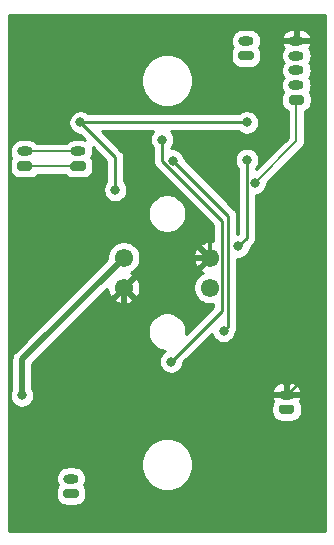
<source format=gbr>
%TF.GenerationSoftware,KiCad,Pcbnew,(5.1.9)-1*%
%TF.CreationDate,2021-05-21T15:12:25+01:00*%
%TF.ProjectId,NosepokeV1.0,4e6f7365-706f-46b6-9556-312e302e6b69,rev?*%
%TF.SameCoordinates,Original*%
%TF.FileFunction,Copper,L2,Bot*%
%TF.FilePolarity,Positive*%
%FSLAX46Y46*%
G04 Gerber Fmt 4.6, Leading zero omitted, Abs format (unit mm)*
G04 Created by KiCad (PCBNEW (5.1.9)-1) date 2021-05-21 15:12:25*
%MOMM*%
%LPD*%
G01*
G04 APERTURE LIST*
%TA.AperFunction,ComponentPad*%
%ADD10O,1.300000X0.800000*%
%TD*%
%TA.AperFunction,ComponentPad*%
%ADD11C,1.550000*%
%TD*%
%TA.AperFunction,ViaPad*%
%ADD12C,0.800000*%
%TD*%
%TA.AperFunction,Conductor*%
%ADD13C,0.500000*%
%TD*%
%TA.AperFunction,Conductor*%
%ADD14C,0.250000*%
%TD*%
%TA.AperFunction,Conductor*%
%ADD15C,0.200000*%
%TD*%
%TA.AperFunction,Conductor*%
%ADD16C,0.254000*%
%TD*%
%TA.AperFunction,Conductor*%
%ADD17C,0.100000*%
%TD*%
G04 APERTURE END LIST*
D10*
%TO.P,J8,5*%
%TO.N,GND*%
X24955500Y-2874000D03*
%TO.P,J8,4*%
%TO.N,+5V*%
X24955500Y-4124000D03*
%TO.P,J8,3*%
%TO.N,GPIO1*%
X24955500Y-5374000D03*
%TO.P,J8,2*%
%TO.N,GPIO0*%
X24955500Y-6624000D03*
%TO.P,J8,1*%
%TO.N,Sig_A*%
%TA.AperFunction,ComponentPad*%
G36*
G01*
X25405500Y-8274000D02*
X24505500Y-8274000D01*
G75*
G02*
X24305500Y-8074000I0J200000D01*
G01*
X24305500Y-7674000D01*
G75*
G02*
X24505500Y-7474000I200000J0D01*
G01*
X25405500Y-7474000D01*
G75*
G02*
X25605500Y-7674000I0J-200000D01*
G01*
X25605500Y-8074000D01*
G75*
G02*
X25405500Y-8274000I-200000J0D01*
G01*
G37*
%TD.AperFunction*%
%TD*%
D11*
%TO.P,J2,2*%
%TO.N,GND*%
X17627600Y-21234400D03*
%TO.P,J2,1*%
%TO.N,Sig_A*%
X17627600Y-23774400D03*
%TD*%
%TO.P,J7,1*%
%TO.N,SCL*%
%TA.AperFunction,ComponentPad*%
G36*
G01*
X6927000Y-13887720D02*
X6027000Y-13887720D01*
G75*
G02*
X5827000Y-13687720I0J200000D01*
G01*
X5827000Y-13287720D01*
G75*
G02*
X6027000Y-13087720I200000J0D01*
G01*
X6927000Y-13087720D01*
G75*
G02*
X7127000Y-13287720I0J-200000D01*
G01*
X7127000Y-13687720D01*
G75*
G02*
X6927000Y-13887720I-200000J0D01*
G01*
G37*
%TD.AperFunction*%
D10*
%TO.P,J7,2*%
%TO.N,SDA*%
X6477000Y-12237720D03*
%TD*%
%TO.P,J6,2*%
%TO.N,CO*%
X20675600Y-2877500D03*
%TO.P,J6,1*%
%TO.N,DO*%
%TA.AperFunction,ComponentPad*%
G36*
G01*
X21125600Y-4527500D02*
X20225600Y-4527500D01*
G75*
G02*
X20025600Y-4327500I0J200000D01*
G01*
X20025600Y-3927500D01*
G75*
G02*
X20225600Y-3727500I200000J0D01*
G01*
X21125600Y-3727500D01*
G75*
G02*
X21325600Y-3927500I0J-200000D01*
G01*
X21325600Y-4327500D01*
G75*
G02*
X21125600Y-4527500I-200000J0D01*
G01*
G37*
%TD.AperFunction*%
%TD*%
%TO.P,J5,1*%
%TO.N,SCL*%
%TA.AperFunction,ComponentPad*%
G36*
G01*
X2405800Y-13887720D02*
X1505800Y-13887720D01*
G75*
G02*
X1305800Y-13687720I0J200000D01*
G01*
X1305800Y-13287720D01*
G75*
G02*
X1505800Y-13087720I200000J0D01*
G01*
X2405800Y-13087720D01*
G75*
G02*
X2605800Y-13287720I0J-200000D01*
G01*
X2605800Y-13687720D01*
G75*
G02*
X2405800Y-13887720I-200000J0D01*
G01*
G37*
%TD.AperFunction*%
%TO.P,J5,2*%
%TO.N,SDA*%
X1955800Y-12237720D03*
%TD*%
%TO.P,J4,2*%
%TO.N,CI*%
X5869940Y-39941500D03*
%TO.P,J4,1*%
%TO.N,DI*%
%TA.AperFunction,ComponentPad*%
G36*
G01*
X6319940Y-41591500D02*
X5419940Y-41591500D01*
G75*
G02*
X5219940Y-41391500I0J200000D01*
G01*
X5219940Y-40991500D01*
G75*
G02*
X5419940Y-40791500I200000J0D01*
G01*
X6319940Y-40791500D01*
G75*
G02*
X6519940Y-40991500I0J-200000D01*
G01*
X6519940Y-41391500D01*
G75*
G02*
X6319940Y-41591500I-200000J0D01*
G01*
G37*
%TD.AperFunction*%
%TD*%
%TO.P,J3,2*%
%TO.N,GND*%
X24119840Y-32824100D03*
%TO.P,J3,1*%
%TO.N,+5V*%
%TA.AperFunction,ComponentPad*%
G36*
G01*
X24569840Y-34474100D02*
X23669840Y-34474100D01*
G75*
G02*
X23469840Y-34274100I0J200000D01*
G01*
X23469840Y-33874100D01*
G75*
G02*
X23669840Y-33674100I200000J0D01*
G01*
X24569840Y-33674100D01*
G75*
G02*
X24769840Y-33874100I0J-200000D01*
G01*
X24769840Y-34274100D01*
G75*
G02*
X24569840Y-34474100I-200000J0D01*
G01*
G37*
%TD.AperFunction*%
%TD*%
D11*
%TO.P,J1,1*%
%TO.N,Net-(J1-Pad1)*%
X10337800Y-21234400D03*
%TO.P,J1,2*%
%TO.N,GND*%
X10337800Y-23774400D03*
%TD*%
D12*
%TO.N,GND*%
X19685000Y-34036000D03*
X4953000Y-37592000D03*
X6985000Y-27876500D03*
X26860500Y-1905000D03*
X26733500Y-17335500D03*
X13589000Y-14605000D03*
X1968500Y-21336000D03*
X7175500Y-20447000D03*
X2349500Y-41592500D03*
X25082500Y-40830500D03*
X22415500Y-24320500D03*
X25336500Y-12954000D03*
X18732500Y-13017500D03*
%TO.N,Net-(D1-Pad6)*%
X14351000Y-30035500D03*
X13589000Y-11239500D03*
%TO.N,Net-(D1-Pad5)*%
X18796000Y-27432000D03*
X14478000Y-13017500D03*
%TO.N,Sig_A*%
X21414510Y-14922500D03*
%TO.N,Net-(J1-Pad1)*%
X1714500Y-32893000D03*
%TO.N,Net-(R4-Pad2)*%
X20764500Y-9779000D03*
X6667500Y-9779000D03*
X9617967Y-15493213D03*
%TO.N,Net-(R5-Pad2)*%
X20764500Y-12954000D03*
X20051490Y-20280977D03*
%TD*%
D13*
%TO.N,GND*%
X12877800Y-21234400D02*
X10337800Y-23774400D01*
X17627600Y-21234400D02*
X12877800Y-21234400D01*
X20896900Y-32824100D02*
X24119840Y-32824100D01*
X19685000Y-34036000D02*
X20896900Y-32824100D01*
X10160000Y-36258500D02*
X10337800Y-36436300D01*
X17284700Y-36436300D02*
X19685000Y-34036000D01*
X10337800Y-36436300D02*
X17284700Y-36436300D01*
X6108700Y-36436300D02*
X4953000Y-37592000D01*
X10337800Y-36436300D02*
X6108700Y-36436300D01*
D14*
X9182100Y-27876500D02*
X10337800Y-29032200D01*
X6985000Y-27876500D02*
X9182100Y-27876500D01*
D13*
X10337800Y-29032200D02*
X10337800Y-36436300D01*
X10337800Y-23774400D02*
X10337800Y-29032200D01*
D14*
X26860500Y-1905000D02*
X26733500Y-1905000D01*
X26733500Y-30210440D02*
X24119840Y-32824100D01*
X26733500Y-1905000D02*
X26733500Y-17335500D01*
X26733500Y-17335500D02*
X26733500Y-30210440D01*
X13589000Y-15238998D02*
X13589000Y-14605000D01*
X17627600Y-21234400D02*
X17627600Y-19277598D01*
D15*
X13589000Y-14605000D02*
X17526000Y-18542000D01*
X17526000Y-21132800D02*
X17627600Y-21234400D01*
X17526000Y-18542000D02*
X17526000Y-21132800D01*
D14*
%TO.N,Net-(D1-Pad6)*%
X18652601Y-18154105D02*
X18652601Y-25733899D01*
X13589000Y-11239500D02*
X13589000Y-13090504D01*
X13589000Y-13090504D02*
X18652601Y-18154105D01*
X18652601Y-25733899D02*
X14351000Y-30035500D01*
%TO.N,Net-(D1-Pad5)*%
X18796000Y-27432000D02*
X19195999Y-27032001D01*
X19195999Y-27032001D02*
X19195999Y-18687999D01*
X19195999Y-18687999D02*
X19195999Y-17671999D01*
X14541500Y-13017500D02*
X14478000Y-13017500D01*
X19195999Y-17671999D02*
X14541500Y-13017500D01*
D15*
%TO.N,Sig_A*%
X24955500Y-7874000D02*
X24955500Y-11381510D01*
X24955500Y-11381510D02*
X21414510Y-14922500D01*
%TO.N,SDA*%
X6477000Y-12237720D02*
X1955800Y-12237720D01*
%TO.N,SCL*%
X6477000Y-13487720D02*
X1955800Y-13487720D01*
D13*
%TO.N,Net-(J1-Pad1)*%
X1714500Y-32893000D02*
X1714500Y-29857700D01*
X1714500Y-29857700D02*
X10337800Y-21234400D01*
D14*
%TO.N,Net-(R4-Pad2)*%
X6667500Y-9779000D02*
X20764500Y-9779000D01*
X6667500Y-9779000D02*
X9617967Y-12729467D01*
X9617967Y-12729467D02*
X9617967Y-15493213D01*
%TO.N,Net-(R5-Pad2)*%
X20764500Y-19567967D02*
X20051490Y-20280977D01*
X20764500Y-12954000D02*
X20764500Y-19567967D01*
%TD*%
D16*
%TO.N,GND*%
X27340001Y-44340000D02*
X660000Y-44340000D01*
X660000Y-39941500D01*
X4579933Y-39941500D01*
X4599916Y-40144395D01*
X4659099Y-40339493D01*
X4744681Y-40499606D01*
X4723109Y-40525892D01*
X4645662Y-40670784D01*
X4597971Y-40828000D01*
X4581868Y-40991500D01*
X4581868Y-41391500D01*
X4597971Y-41555000D01*
X4645662Y-41712216D01*
X4723109Y-41857108D01*
X4827334Y-41984106D01*
X4954332Y-42088331D01*
X5099224Y-42165778D01*
X5256440Y-42213469D01*
X5419940Y-42229572D01*
X6319940Y-42229572D01*
X6483440Y-42213469D01*
X6640656Y-42165778D01*
X6785548Y-42088331D01*
X6912546Y-41984106D01*
X7016771Y-41857108D01*
X7094218Y-41712216D01*
X7141909Y-41555000D01*
X7158012Y-41391500D01*
X7158012Y-40991500D01*
X7141909Y-40828000D01*
X7094218Y-40670784D01*
X7016771Y-40525892D01*
X6995199Y-40499606D01*
X7080781Y-40339493D01*
X7139964Y-40144395D01*
X7159947Y-39941500D01*
X7139964Y-39738605D01*
X7080781Y-39543507D01*
X6984674Y-39363703D01*
X6855336Y-39206104D01*
X6697737Y-39076766D01*
X6517933Y-38980659D01*
X6322835Y-38921476D01*
X6170778Y-38906500D01*
X5569102Y-38906500D01*
X5417045Y-38921476D01*
X5221947Y-38980659D01*
X5042143Y-39076766D01*
X4884544Y-39206104D01*
X4755206Y-39363703D01*
X4659099Y-39543507D01*
X4599916Y-39738605D01*
X4579933Y-39941500D01*
X660000Y-39941500D01*
X660000Y-38529872D01*
X11765000Y-38529872D01*
X11765000Y-38970128D01*
X11850890Y-39401925D01*
X12019369Y-39808669D01*
X12263962Y-40174729D01*
X12575271Y-40486038D01*
X12941331Y-40730631D01*
X13348075Y-40899110D01*
X13779872Y-40985000D01*
X14220128Y-40985000D01*
X14651925Y-40899110D01*
X15058669Y-40730631D01*
X15424729Y-40486038D01*
X15736038Y-40174729D01*
X15980631Y-39808669D01*
X16149110Y-39401925D01*
X16235000Y-38970128D01*
X16235000Y-38529872D01*
X16149110Y-38098075D01*
X15980631Y-37691331D01*
X15736038Y-37325271D01*
X15424729Y-37013962D01*
X15058669Y-36769369D01*
X14651925Y-36600890D01*
X14220128Y-36515000D01*
X13779872Y-36515000D01*
X13348075Y-36600890D01*
X12941331Y-36769369D01*
X12575271Y-37013962D01*
X12263962Y-37325271D01*
X12019369Y-37691331D01*
X11850890Y-38098075D01*
X11765000Y-38529872D01*
X660000Y-38529872D01*
X660000Y-32791061D01*
X679500Y-32791061D01*
X679500Y-32994939D01*
X719274Y-33194898D01*
X797295Y-33383256D01*
X910563Y-33552774D01*
X1054726Y-33696937D01*
X1224244Y-33810205D01*
X1412602Y-33888226D01*
X1612561Y-33928000D01*
X1816439Y-33928000D01*
X2016398Y-33888226D01*
X2050500Y-33874100D01*
X22831768Y-33874100D01*
X22831768Y-34274100D01*
X22847871Y-34437600D01*
X22895562Y-34594816D01*
X22973009Y-34739708D01*
X23077234Y-34866706D01*
X23204232Y-34970931D01*
X23349124Y-35048378D01*
X23506340Y-35096069D01*
X23669840Y-35112172D01*
X24569840Y-35112172D01*
X24733340Y-35096069D01*
X24890556Y-35048378D01*
X25035448Y-34970931D01*
X25162446Y-34866706D01*
X25266671Y-34739708D01*
X25344118Y-34594816D01*
X25391809Y-34437600D01*
X25407912Y-34274100D01*
X25407912Y-33874100D01*
X25391809Y-33710600D01*
X25344118Y-33553384D01*
X25266671Y-33408492D01*
X25251589Y-33390115D01*
X25265095Y-33372260D01*
X25354834Y-33187072D01*
X25364506Y-33110223D01*
X25236838Y-32951100D01*
X24246840Y-32951100D01*
X24246840Y-32971100D01*
X23992840Y-32971100D01*
X23992840Y-32951100D01*
X23002842Y-32951100D01*
X22875174Y-33110223D01*
X22884846Y-33187072D01*
X22974585Y-33372260D01*
X22988091Y-33390115D01*
X22973009Y-33408492D01*
X22895562Y-33553384D01*
X22847871Y-33710600D01*
X22831768Y-33874100D01*
X2050500Y-33874100D01*
X2204756Y-33810205D01*
X2374274Y-33696937D01*
X2518437Y-33552774D01*
X2631705Y-33383256D01*
X2709726Y-33194898D01*
X2749500Y-32994939D01*
X2749500Y-32791061D01*
X2709726Y-32591102D01*
X2687721Y-32537977D01*
X22875174Y-32537977D01*
X23002842Y-32697100D01*
X23992840Y-32697100D01*
X23992840Y-31940338D01*
X24246840Y-31940338D01*
X24246840Y-32697100D01*
X25236838Y-32697100D01*
X25364506Y-32537977D01*
X25354834Y-32461128D01*
X25265095Y-32275940D01*
X25140952Y-32111817D01*
X24987176Y-31975067D01*
X24809676Y-31870945D01*
X24615273Y-31803452D01*
X24411439Y-31775182D01*
X24246840Y-31940338D01*
X23992840Y-31940338D01*
X23828241Y-31775182D01*
X23624407Y-31803452D01*
X23430004Y-31870945D01*
X23252504Y-31975067D01*
X23098728Y-32111817D01*
X22974585Y-32275940D01*
X22884846Y-32461128D01*
X22875174Y-32537977D01*
X2687721Y-32537977D01*
X2631705Y-32402744D01*
X2599500Y-32354546D01*
X2599500Y-30224278D01*
X8074529Y-24749249D01*
X9542556Y-24749249D01*
X9611110Y-24990668D01*
X9862356Y-25109068D01*
X10131871Y-25176178D01*
X10409302Y-25189418D01*
X10683984Y-25148279D01*
X10945362Y-25054343D01*
X11064490Y-24990668D01*
X11133044Y-24749249D01*
X10337800Y-23954005D01*
X9542556Y-24749249D01*
X8074529Y-24749249D01*
X8929959Y-23893820D01*
X8963921Y-24120584D01*
X9057857Y-24381962D01*
X9121532Y-24501090D01*
X9362951Y-24569644D01*
X10158195Y-23774400D01*
X10517405Y-23774400D01*
X11312649Y-24569644D01*
X11554068Y-24501090D01*
X11672468Y-24249844D01*
X11739578Y-23980329D01*
X11752818Y-23702898D01*
X11711679Y-23428216D01*
X11617743Y-23166838D01*
X11554068Y-23047710D01*
X11312649Y-22979156D01*
X10517405Y-23774400D01*
X10158195Y-23774400D01*
X10144053Y-23760258D01*
X10323658Y-23580653D01*
X10337800Y-23594795D01*
X11133044Y-22799551D01*
X11064490Y-22558132D01*
X10953176Y-22505675D01*
X11005685Y-22483925D01*
X11236622Y-22329618D01*
X11433018Y-22133222D01*
X11587325Y-21902285D01*
X11693614Y-21645682D01*
X11747800Y-21373273D01*
X11747800Y-21305902D01*
X16212582Y-21305902D01*
X16253721Y-21580584D01*
X16347657Y-21841962D01*
X16411332Y-21961090D01*
X16652751Y-22029644D01*
X17447995Y-21234400D01*
X16652751Y-20439156D01*
X16411332Y-20507710D01*
X16292932Y-20758956D01*
X16225822Y-21028471D01*
X16212582Y-21305902D01*
X11747800Y-21305902D01*
X11747800Y-21095527D01*
X11693614Y-20823118D01*
X11587325Y-20566515D01*
X11433018Y-20335578D01*
X11236622Y-20139182D01*
X11005685Y-19984875D01*
X10749082Y-19878586D01*
X10476673Y-19824400D01*
X10198927Y-19824400D01*
X9926518Y-19878586D01*
X9669915Y-19984875D01*
X9438978Y-20139182D01*
X9242582Y-20335578D01*
X9088275Y-20566515D01*
X8981986Y-20823118D01*
X8927800Y-21095527D01*
X8927800Y-21373273D01*
X8931043Y-21389578D01*
X1119452Y-29201170D01*
X1085684Y-29228883D01*
X1057971Y-29262651D01*
X1057968Y-29262654D01*
X975090Y-29363641D01*
X892912Y-29517387D01*
X842305Y-29684210D01*
X825219Y-29857700D01*
X829501Y-29901179D01*
X829500Y-32354545D01*
X797295Y-32402744D01*
X719274Y-32591102D01*
X679500Y-32791061D01*
X660000Y-32791061D01*
X660000Y-17338967D01*
X12365000Y-17338967D01*
X12365000Y-17661033D01*
X12427832Y-17976912D01*
X12551082Y-18274463D01*
X12730013Y-18542252D01*
X12957748Y-18769987D01*
X13225537Y-18948918D01*
X13523088Y-19072168D01*
X13838967Y-19135000D01*
X14161033Y-19135000D01*
X14476912Y-19072168D01*
X14774463Y-18948918D01*
X15042252Y-18769987D01*
X15269987Y-18542252D01*
X15448918Y-18274463D01*
X15572168Y-17976912D01*
X15635000Y-17661033D01*
X15635000Y-17338967D01*
X15572168Y-17023088D01*
X15448918Y-16725537D01*
X15269987Y-16457748D01*
X15042252Y-16230013D01*
X14774463Y-16051082D01*
X14476912Y-15927832D01*
X14161033Y-15865000D01*
X13838967Y-15865000D01*
X13523088Y-15927832D01*
X13225537Y-16051082D01*
X12957748Y-16230013D01*
X12730013Y-16457748D01*
X12551082Y-16725537D01*
X12427832Y-17023088D01*
X12365000Y-17338967D01*
X660000Y-17338967D01*
X660000Y-12237720D01*
X665793Y-12237720D01*
X685776Y-12440615D01*
X744959Y-12635713D01*
X830541Y-12795826D01*
X808969Y-12822112D01*
X731522Y-12967004D01*
X683831Y-13124220D01*
X667728Y-13287720D01*
X667728Y-13687720D01*
X683831Y-13851220D01*
X731522Y-14008436D01*
X808969Y-14153328D01*
X913194Y-14280326D01*
X1040192Y-14384551D01*
X1185084Y-14461998D01*
X1342300Y-14509689D01*
X1505800Y-14525792D01*
X2405800Y-14525792D01*
X2569300Y-14509689D01*
X2726516Y-14461998D01*
X2871408Y-14384551D01*
X2998406Y-14280326D01*
X3045682Y-14222720D01*
X5387118Y-14222720D01*
X5434394Y-14280326D01*
X5561392Y-14384551D01*
X5706284Y-14461998D01*
X5863500Y-14509689D01*
X6027000Y-14525792D01*
X6927000Y-14525792D01*
X7090500Y-14509689D01*
X7247716Y-14461998D01*
X7392608Y-14384551D01*
X7519606Y-14280326D01*
X7623831Y-14153328D01*
X7701278Y-14008436D01*
X7748969Y-13851220D01*
X7765072Y-13687720D01*
X7765072Y-13287720D01*
X7748969Y-13124220D01*
X7701278Y-12967004D01*
X7623831Y-12822112D01*
X7602259Y-12795826D01*
X7687841Y-12635713D01*
X7747024Y-12440615D01*
X7767007Y-12237720D01*
X7747024Y-12034825D01*
X7702827Y-11889129D01*
X8857967Y-13044270D01*
X8857968Y-14789501D01*
X8814030Y-14833439D01*
X8700762Y-15002957D01*
X8622741Y-15191315D01*
X8582967Y-15391274D01*
X8582967Y-15595152D01*
X8622741Y-15795111D01*
X8700762Y-15983469D01*
X8814030Y-16152987D01*
X8958193Y-16297150D01*
X9127711Y-16410418D01*
X9316069Y-16488439D01*
X9516028Y-16528213D01*
X9719906Y-16528213D01*
X9919865Y-16488439D01*
X10108223Y-16410418D01*
X10277741Y-16297150D01*
X10421904Y-16152987D01*
X10535172Y-15983469D01*
X10613193Y-15795111D01*
X10652967Y-15595152D01*
X10652967Y-15391274D01*
X10613193Y-15191315D01*
X10535172Y-15002957D01*
X10421904Y-14833439D01*
X10377967Y-14789502D01*
X10377967Y-12766789D01*
X10381643Y-12729466D01*
X10377967Y-12692143D01*
X10377967Y-12692134D01*
X10366970Y-12580481D01*
X10323513Y-12437220D01*
X10252941Y-12305191D01*
X10213802Y-12257500D01*
X10181766Y-12218463D01*
X10181762Y-12218459D01*
X10157968Y-12189466D01*
X10128976Y-12165673D01*
X8502302Y-10539000D01*
X12825789Y-10539000D01*
X12785063Y-10579726D01*
X12671795Y-10749244D01*
X12593774Y-10937602D01*
X12554000Y-11137561D01*
X12554000Y-11341439D01*
X12593774Y-11541398D01*
X12671795Y-11729756D01*
X12785063Y-11899274D01*
X12829000Y-11943211D01*
X12829001Y-13053172D01*
X12825324Y-13090504D01*
X12829001Y-13127837D01*
X12831553Y-13153742D01*
X12839998Y-13239489D01*
X12883454Y-13382750D01*
X12954026Y-13514780D01*
X12989087Y-13557501D01*
X13049000Y-13630505D01*
X13077998Y-13654303D01*
X17892601Y-18468907D01*
X17892601Y-19847331D01*
X17833529Y-19832622D01*
X17556098Y-19819382D01*
X17281416Y-19860521D01*
X17020038Y-19954457D01*
X16900910Y-20018132D01*
X16832356Y-20259551D01*
X17627600Y-21054795D01*
X17641743Y-21040653D01*
X17821348Y-21220258D01*
X17807205Y-21234400D01*
X17821348Y-21248543D01*
X17641743Y-21428148D01*
X17627600Y-21414005D01*
X16832356Y-22209249D01*
X16900910Y-22450668D01*
X17012224Y-22503125D01*
X16959715Y-22524875D01*
X16728778Y-22679182D01*
X16532382Y-22875578D01*
X16378075Y-23106515D01*
X16271786Y-23363118D01*
X16217600Y-23635527D01*
X16217600Y-23913273D01*
X16271786Y-24185682D01*
X16378075Y-24442285D01*
X16532382Y-24673222D01*
X16728778Y-24869618D01*
X16959715Y-25023925D01*
X17216318Y-25130214D01*
X17488727Y-25184400D01*
X17766473Y-25184400D01*
X17892602Y-25159311D01*
X17892602Y-25419095D01*
X15631110Y-27680588D01*
X15635000Y-27661033D01*
X15635000Y-27338967D01*
X15572168Y-27023088D01*
X15448918Y-26725537D01*
X15269987Y-26457748D01*
X15042252Y-26230013D01*
X14774463Y-26051082D01*
X14476912Y-25927832D01*
X14161033Y-25865000D01*
X13838967Y-25865000D01*
X13523088Y-25927832D01*
X13225537Y-26051082D01*
X12957748Y-26230013D01*
X12730013Y-26457748D01*
X12551082Y-26725537D01*
X12427832Y-27023088D01*
X12365000Y-27338967D01*
X12365000Y-27661033D01*
X12427832Y-27976912D01*
X12551082Y-28274463D01*
X12730013Y-28542252D01*
X12957748Y-28769987D01*
X13225537Y-28948918D01*
X13523088Y-29072168D01*
X13836483Y-29134506D01*
X13691226Y-29231563D01*
X13547063Y-29375726D01*
X13433795Y-29545244D01*
X13355774Y-29733602D01*
X13316000Y-29933561D01*
X13316000Y-30137439D01*
X13355774Y-30337398D01*
X13433795Y-30525756D01*
X13547063Y-30695274D01*
X13691226Y-30839437D01*
X13860744Y-30952705D01*
X14049102Y-31030726D01*
X14249061Y-31070500D01*
X14452939Y-31070500D01*
X14652898Y-31030726D01*
X14841256Y-30952705D01*
X15010774Y-30839437D01*
X15154937Y-30695274D01*
X15268205Y-30525756D01*
X15346226Y-30337398D01*
X15386000Y-30137439D01*
X15386000Y-30075301D01*
X17788601Y-27672701D01*
X17800774Y-27733898D01*
X17878795Y-27922256D01*
X17992063Y-28091774D01*
X18136226Y-28235937D01*
X18305744Y-28349205D01*
X18494102Y-28427226D01*
X18694061Y-28467000D01*
X18897939Y-28467000D01*
X19097898Y-28427226D01*
X19286256Y-28349205D01*
X19455774Y-28235937D01*
X19599937Y-28091774D01*
X19713205Y-27922256D01*
X19791226Y-27733898D01*
X19831000Y-27533939D01*
X19831000Y-27456226D01*
X19901545Y-27324248D01*
X19945002Y-27180987D01*
X19955999Y-27069334D01*
X19955999Y-27069324D01*
X19959675Y-27032002D01*
X19955999Y-26994679D01*
X19955999Y-21315977D01*
X20153429Y-21315977D01*
X20353388Y-21276203D01*
X20541746Y-21198182D01*
X20711264Y-21084914D01*
X20855427Y-20940751D01*
X20968695Y-20771233D01*
X21046716Y-20582875D01*
X21086490Y-20382916D01*
X21086490Y-20320779D01*
X21275508Y-20131762D01*
X21304501Y-20107968D01*
X21328295Y-20078975D01*
X21328299Y-20078971D01*
X21399473Y-19992244D01*
X21419671Y-19954457D01*
X21470046Y-19860214D01*
X21513503Y-19716953D01*
X21524500Y-19605300D01*
X21524500Y-19605291D01*
X21528176Y-19567968D01*
X21524500Y-19530645D01*
X21524500Y-15955899D01*
X21716408Y-15917726D01*
X21904766Y-15839705D01*
X22074284Y-15726437D01*
X22218447Y-15582274D01*
X22331715Y-15412756D01*
X22409736Y-15224398D01*
X22449510Y-15024439D01*
X22449510Y-14926946D01*
X25449693Y-11926764D01*
X25477738Y-11903748D01*
X25569587Y-11791830D01*
X25637837Y-11664143D01*
X25679865Y-11525595D01*
X25690500Y-11417615D01*
X25694056Y-11381511D01*
X25690500Y-11345406D01*
X25690500Y-8859112D01*
X25726216Y-8848278D01*
X25871108Y-8770831D01*
X25998106Y-8666606D01*
X26102331Y-8539608D01*
X26179778Y-8394716D01*
X26227469Y-8237500D01*
X26243572Y-8074000D01*
X26243572Y-7674000D01*
X26227469Y-7510500D01*
X26179778Y-7353284D01*
X26102331Y-7208392D01*
X26080759Y-7182106D01*
X26166341Y-7021993D01*
X26225524Y-6826895D01*
X26245507Y-6624000D01*
X26225524Y-6421105D01*
X26166341Y-6226007D01*
X26070234Y-6046203D01*
X26031496Y-5999000D01*
X26070234Y-5951797D01*
X26166341Y-5771993D01*
X26225524Y-5576895D01*
X26245507Y-5374000D01*
X26225524Y-5171105D01*
X26166341Y-4976007D01*
X26070234Y-4796203D01*
X26031496Y-4749000D01*
X26070234Y-4701797D01*
X26166341Y-4521993D01*
X26225524Y-4326895D01*
X26245507Y-4124000D01*
X26225524Y-3921105D01*
X26166341Y-3726007D01*
X26070234Y-3546203D01*
X26037291Y-3506062D01*
X26100755Y-3422160D01*
X26190494Y-3236972D01*
X26200166Y-3160123D01*
X26072498Y-3001000D01*
X25082500Y-3001000D01*
X25082500Y-3021000D01*
X24828500Y-3021000D01*
X24828500Y-3001000D01*
X23838502Y-3001000D01*
X23710834Y-3160123D01*
X23720506Y-3236972D01*
X23810245Y-3422160D01*
X23873709Y-3506062D01*
X23840766Y-3546203D01*
X23744659Y-3726007D01*
X23685476Y-3921105D01*
X23665493Y-4124000D01*
X23685476Y-4326895D01*
X23744659Y-4521993D01*
X23840766Y-4701797D01*
X23879504Y-4749000D01*
X23840766Y-4796203D01*
X23744659Y-4976007D01*
X23685476Y-5171105D01*
X23665493Y-5374000D01*
X23685476Y-5576895D01*
X23744659Y-5771993D01*
X23840766Y-5951797D01*
X23879504Y-5999000D01*
X23840766Y-6046203D01*
X23744659Y-6226007D01*
X23685476Y-6421105D01*
X23665493Y-6624000D01*
X23685476Y-6826895D01*
X23744659Y-7021993D01*
X23830241Y-7182106D01*
X23808669Y-7208392D01*
X23731222Y-7353284D01*
X23683531Y-7510500D01*
X23667428Y-7674000D01*
X23667428Y-8074000D01*
X23683531Y-8237500D01*
X23731222Y-8394716D01*
X23808669Y-8539608D01*
X23912894Y-8666606D01*
X24039892Y-8770831D01*
X24184784Y-8848278D01*
X24220500Y-8859112D01*
X24220501Y-11077062D01*
X21524500Y-13773064D01*
X21524500Y-13657711D01*
X21568437Y-13613774D01*
X21681705Y-13444256D01*
X21759726Y-13255898D01*
X21799500Y-13055939D01*
X21799500Y-12852061D01*
X21759726Y-12652102D01*
X21681705Y-12463744D01*
X21568437Y-12294226D01*
X21424274Y-12150063D01*
X21254756Y-12036795D01*
X21066398Y-11958774D01*
X20866439Y-11919000D01*
X20662561Y-11919000D01*
X20462602Y-11958774D01*
X20274244Y-12036795D01*
X20104726Y-12150063D01*
X19960563Y-12294226D01*
X19847295Y-12463744D01*
X19769274Y-12652102D01*
X19729500Y-12852061D01*
X19729500Y-13055939D01*
X19769274Y-13255898D01*
X19847295Y-13444256D01*
X19960563Y-13613774D01*
X20004500Y-13657711D01*
X20004501Y-19245977D01*
X19955999Y-19245977D01*
X19955999Y-17709332D01*
X19959676Y-17671999D01*
X19945002Y-17523013D01*
X19901545Y-17379752D01*
X19830973Y-17247723D01*
X19759798Y-17160996D01*
X19736000Y-17131998D01*
X19707002Y-17108200D01*
X15512662Y-12913861D01*
X15473226Y-12715602D01*
X15395205Y-12527244D01*
X15281937Y-12357726D01*
X15137774Y-12213563D01*
X14968256Y-12100295D01*
X14779898Y-12022274D01*
X14579939Y-11982500D01*
X14376061Y-11982500D01*
X14349000Y-11987883D01*
X14349000Y-11943211D01*
X14392937Y-11899274D01*
X14506205Y-11729756D01*
X14584226Y-11541398D01*
X14624000Y-11341439D01*
X14624000Y-11137561D01*
X14584226Y-10937602D01*
X14506205Y-10749244D01*
X14392937Y-10579726D01*
X14352211Y-10539000D01*
X20060789Y-10539000D01*
X20104726Y-10582937D01*
X20274244Y-10696205D01*
X20462602Y-10774226D01*
X20662561Y-10814000D01*
X20866439Y-10814000D01*
X21066398Y-10774226D01*
X21254756Y-10696205D01*
X21424274Y-10582937D01*
X21568437Y-10438774D01*
X21681705Y-10269256D01*
X21759726Y-10080898D01*
X21799500Y-9880939D01*
X21799500Y-9677061D01*
X21759726Y-9477102D01*
X21681705Y-9288744D01*
X21568437Y-9119226D01*
X21424274Y-8975063D01*
X21254756Y-8861795D01*
X21066398Y-8783774D01*
X20866439Y-8744000D01*
X20662561Y-8744000D01*
X20462602Y-8783774D01*
X20274244Y-8861795D01*
X20104726Y-8975063D01*
X20060789Y-9019000D01*
X7371211Y-9019000D01*
X7327274Y-8975063D01*
X7157756Y-8861795D01*
X6969398Y-8783774D01*
X6769439Y-8744000D01*
X6565561Y-8744000D01*
X6365602Y-8783774D01*
X6177244Y-8861795D01*
X6007726Y-8975063D01*
X5863563Y-9119226D01*
X5750295Y-9288744D01*
X5672274Y-9477102D01*
X5632500Y-9677061D01*
X5632500Y-9880939D01*
X5672274Y-10080898D01*
X5750295Y-10269256D01*
X5863563Y-10438774D01*
X6007726Y-10582937D01*
X6177244Y-10696205D01*
X6365602Y-10774226D01*
X6565561Y-10814000D01*
X6627699Y-10814000D01*
X7075591Y-11261893D01*
X6929895Y-11217696D01*
X6777838Y-11202720D01*
X6176162Y-11202720D01*
X6024105Y-11217696D01*
X5829007Y-11276879D01*
X5649203Y-11372986D01*
X5491604Y-11502324D01*
X5491279Y-11502720D01*
X2941521Y-11502720D01*
X2941196Y-11502324D01*
X2783597Y-11372986D01*
X2603793Y-11276879D01*
X2408695Y-11217696D01*
X2256638Y-11202720D01*
X1654962Y-11202720D01*
X1502905Y-11217696D01*
X1307807Y-11276879D01*
X1128003Y-11372986D01*
X970404Y-11502324D01*
X841066Y-11659923D01*
X744959Y-11839727D01*
X685776Y-12034825D01*
X665793Y-12237720D01*
X660000Y-12237720D01*
X660000Y-6029872D01*
X11765000Y-6029872D01*
X11765000Y-6470128D01*
X11850890Y-6901925D01*
X12019369Y-7308669D01*
X12263962Y-7674729D01*
X12575271Y-7986038D01*
X12941331Y-8230631D01*
X13348075Y-8399110D01*
X13779872Y-8485000D01*
X14220128Y-8485000D01*
X14651925Y-8399110D01*
X15058669Y-8230631D01*
X15424729Y-7986038D01*
X15736038Y-7674729D01*
X15980631Y-7308669D01*
X16149110Y-6901925D01*
X16235000Y-6470128D01*
X16235000Y-6029872D01*
X16149110Y-5598075D01*
X15980631Y-5191331D01*
X15736038Y-4825271D01*
X15424729Y-4513962D01*
X15058669Y-4269369D01*
X14651925Y-4100890D01*
X14220128Y-4015000D01*
X13779872Y-4015000D01*
X13348075Y-4100890D01*
X12941331Y-4269369D01*
X12575271Y-4513962D01*
X12263962Y-4825271D01*
X12019369Y-5191331D01*
X11850890Y-5598075D01*
X11765000Y-6029872D01*
X660000Y-6029872D01*
X660000Y-2877500D01*
X19385593Y-2877500D01*
X19405576Y-3080395D01*
X19464759Y-3275493D01*
X19550341Y-3435606D01*
X19528769Y-3461892D01*
X19451322Y-3606784D01*
X19403631Y-3764000D01*
X19387528Y-3927500D01*
X19387528Y-4327500D01*
X19403631Y-4491000D01*
X19451322Y-4648216D01*
X19528769Y-4793108D01*
X19632994Y-4920106D01*
X19759992Y-5024331D01*
X19904884Y-5101778D01*
X20062100Y-5149469D01*
X20225600Y-5165572D01*
X21125600Y-5165572D01*
X21289100Y-5149469D01*
X21446316Y-5101778D01*
X21591208Y-5024331D01*
X21718206Y-4920106D01*
X21822431Y-4793108D01*
X21899878Y-4648216D01*
X21947569Y-4491000D01*
X21963672Y-4327500D01*
X21963672Y-3927500D01*
X21947569Y-3764000D01*
X21899878Y-3606784D01*
X21822431Y-3461892D01*
X21800859Y-3435606D01*
X21886441Y-3275493D01*
X21945624Y-3080395D01*
X21965607Y-2877500D01*
X21945624Y-2674605D01*
X21919316Y-2587877D01*
X23710834Y-2587877D01*
X23838502Y-2747000D01*
X24828500Y-2747000D01*
X24828500Y-1990238D01*
X25082500Y-1990238D01*
X25082500Y-2747000D01*
X26072498Y-2747000D01*
X26200166Y-2587877D01*
X26190494Y-2511028D01*
X26100755Y-2325840D01*
X25976612Y-2161717D01*
X25822836Y-2024967D01*
X25645336Y-1920845D01*
X25450933Y-1853352D01*
X25247099Y-1825082D01*
X25082500Y-1990238D01*
X24828500Y-1990238D01*
X24663901Y-1825082D01*
X24460067Y-1853352D01*
X24265664Y-1920845D01*
X24088164Y-2024967D01*
X23934388Y-2161717D01*
X23810245Y-2325840D01*
X23720506Y-2511028D01*
X23710834Y-2587877D01*
X21919316Y-2587877D01*
X21886441Y-2479507D01*
X21790334Y-2299703D01*
X21660996Y-2142104D01*
X21503397Y-2012766D01*
X21323593Y-1916659D01*
X21128495Y-1857476D01*
X20976438Y-1842500D01*
X20374762Y-1842500D01*
X20222705Y-1857476D01*
X20027607Y-1916659D01*
X19847803Y-2012766D01*
X19690204Y-2142104D01*
X19560866Y-2299703D01*
X19464759Y-2479507D01*
X19405576Y-2674605D01*
X19385593Y-2877500D01*
X660000Y-2877500D01*
X660000Y-660000D01*
X27340000Y-660000D01*
X27340001Y-44340000D01*
%TA.AperFunction,Conductor*%
D17*
G36*
X27340001Y-44340000D02*
G01*
X660000Y-44340000D01*
X660000Y-39941500D01*
X4579933Y-39941500D01*
X4599916Y-40144395D01*
X4659099Y-40339493D01*
X4744681Y-40499606D01*
X4723109Y-40525892D01*
X4645662Y-40670784D01*
X4597971Y-40828000D01*
X4581868Y-40991500D01*
X4581868Y-41391500D01*
X4597971Y-41555000D01*
X4645662Y-41712216D01*
X4723109Y-41857108D01*
X4827334Y-41984106D01*
X4954332Y-42088331D01*
X5099224Y-42165778D01*
X5256440Y-42213469D01*
X5419940Y-42229572D01*
X6319940Y-42229572D01*
X6483440Y-42213469D01*
X6640656Y-42165778D01*
X6785548Y-42088331D01*
X6912546Y-41984106D01*
X7016771Y-41857108D01*
X7094218Y-41712216D01*
X7141909Y-41555000D01*
X7158012Y-41391500D01*
X7158012Y-40991500D01*
X7141909Y-40828000D01*
X7094218Y-40670784D01*
X7016771Y-40525892D01*
X6995199Y-40499606D01*
X7080781Y-40339493D01*
X7139964Y-40144395D01*
X7159947Y-39941500D01*
X7139964Y-39738605D01*
X7080781Y-39543507D01*
X6984674Y-39363703D01*
X6855336Y-39206104D01*
X6697737Y-39076766D01*
X6517933Y-38980659D01*
X6322835Y-38921476D01*
X6170778Y-38906500D01*
X5569102Y-38906500D01*
X5417045Y-38921476D01*
X5221947Y-38980659D01*
X5042143Y-39076766D01*
X4884544Y-39206104D01*
X4755206Y-39363703D01*
X4659099Y-39543507D01*
X4599916Y-39738605D01*
X4579933Y-39941500D01*
X660000Y-39941500D01*
X660000Y-38529872D01*
X11765000Y-38529872D01*
X11765000Y-38970128D01*
X11850890Y-39401925D01*
X12019369Y-39808669D01*
X12263962Y-40174729D01*
X12575271Y-40486038D01*
X12941331Y-40730631D01*
X13348075Y-40899110D01*
X13779872Y-40985000D01*
X14220128Y-40985000D01*
X14651925Y-40899110D01*
X15058669Y-40730631D01*
X15424729Y-40486038D01*
X15736038Y-40174729D01*
X15980631Y-39808669D01*
X16149110Y-39401925D01*
X16235000Y-38970128D01*
X16235000Y-38529872D01*
X16149110Y-38098075D01*
X15980631Y-37691331D01*
X15736038Y-37325271D01*
X15424729Y-37013962D01*
X15058669Y-36769369D01*
X14651925Y-36600890D01*
X14220128Y-36515000D01*
X13779872Y-36515000D01*
X13348075Y-36600890D01*
X12941331Y-36769369D01*
X12575271Y-37013962D01*
X12263962Y-37325271D01*
X12019369Y-37691331D01*
X11850890Y-38098075D01*
X11765000Y-38529872D01*
X660000Y-38529872D01*
X660000Y-32791061D01*
X679500Y-32791061D01*
X679500Y-32994939D01*
X719274Y-33194898D01*
X797295Y-33383256D01*
X910563Y-33552774D01*
X1054726Y-33696937D01*
X1224244Y-33810205D01*
X1412602Y-33888226D01*
X1612561Y-33928000D01*
X1816439Y-33928000D01*
X2016398Y-33888226D01*
X2050500Y-33874100D01*
X22831768Y-33874100D01*
X22831768Y-34274100D01*
X22847871Y-34437600D01*
X22895562Y-34594816D01*
X22973009Y-34739708D01*
X23077234Y-34866706D01*
X23204232Y-34970931D01*
X23349124Y-35048378D01*
X23506340Y-35096069D01*
X23669840Y-35112172D01*
X24569840Y-35112172D01*
X24733340Y-35096069D01*
X24890556Y-35048378D01*
X25035448Y-34970931D01*
X25162446Y-34866706D01*
X25266671Y-34739708D01*
X25344118Y-34594816D01*
X25391809Y-34437600D01*
X25407912Y-34274100D01*
X25407912Y-33874100D01*
X25391809Y-33710600D01*
X25344118Y-33553384D01*
X25266671Y-33408492D01*
X25251589Y-33390115D01*
X25265095Y-33372260D01*
X25354834Y-33187072D01*
X25364506Y-33110223D01*
X25236838Y-32951100D01*
X24246840Y-32951100D01*
X24246840Y-32971100D01*
X23992840Y-32971100D01*
X23992840Y-32951100D01*
X23002842Y-32951100D01*
X22875174Y-33110223D01*
X22884846Y-33187072D01*
X22974585Y-33372260D01*
X22988091Y-33390115D01*
X22973009Y-33408492D01*
X22895562Y-33553384D01*
X22847871Y-33710600D01*
X22831768Y-33874100D01*
X2050500Y-33874100D01*
X2204756Y-33810205D01*
X2374274Y-33696937D01*
X2518437Y-33552774D01*
X2631705Y-33383256D01*
X2709726Y-33194898D01*
X2749500Y-32994939D01*
X2749500Y-32791061D01*
X2709726Y-32591102D01*
X2687721Y-32537977D01*
X22875174Y-32537977D01*
X23002842Y-32697100D01*
X23992840Y-32697100D01*
X23992840Y-31940338D01*
X24246840Y-31940338D01*
X24246840Y-32697100D01*
X25236838Y-32697100D01*
X25364506Y-32537977D01*
X25354834Y-32461128D01*
X25265095Y-32275940D01*
X25140952Y-32111817D01*
X24987176Y-31975067D01*
X24809676Y-31870945D01*
X24615273Y-31803452D01*
X24411439Y-31775182D01*
X24246840Y-31940338D01*
X23992840Y-31940338D01*
X23828241Y-31775182D01*
X23624407Y-31803452D01*
X23430004Y-31870945D01*
X23252504Y-31975067D01*
X23098728Y-32111817D01*
X22974585Y-32275940D01*
X22884846Y-32461128D01*
X22875174Y-32537977D01*
X2687721Y-32537977D01*
X2631705Y-32402744D01*
X2599500Y-32354546D01*
X2599500Y-30224278D01*
X8074529Y-24749249D01*
X9542556Y-24749249D01*
X9611110Y-24990668D01*
X9862356Y-25109068D01*
X10131871Y-25176178D01*
X10409302Y-25189418D01*
X10683984Y-25148279D01*
X10945362Y-25054343D01*
X11064490Y-24990668D01*
X11133044Y-24749249D01*
X10337800Y-23954005D01*
X9542556Y-24749249D01*
X8074529Y-24749249D01*
X8929959Y-23893820D01*
X8963921Y-24120584D01*
X9057857Y-24381962D01*
X9121532Y-24501090D01*
X9362951Y-24569644D01*
X10158195Y-23774400D01*
X10517405Y-23774400D01*
X11312649Y-24569644D01*
X11554068Y-24501090D01*
X11672468Y-24249844D01*
X11739578Y-23980329D01*
X11752818Y-23702898D01*
X11711679Y-23428216D01*
X11617743Y-23166838D01*
X11554068Y-23047710D01*
X11312649Y-22979156D01*
X10517405Y-23774400D01*
X10158195Y-23774400D01*
X10144053Y-23760258D01*
X10323658Y-23580653D01*
X10337800Y-23594795D01*
X11133044Y-22799551D01*
X11064490Y-22558132D01*
X10953176Y-22505675D01*
X11005685Y-22483925D01*
X11236622Y-22329618D01*
X11433018Y-22133222D01*
X11587325Y-21902285D01*
X11693614Y-21645682D01*
X11747800Y-21373273D01*
X11747800Y-21305902D01*
X16212582Y-21305902D01*
X16253721Y-21580584D01*
X16347657Y-21841962D01*
X16411332Y-21961090D01*
X16652751Y-22029644D01*
X17447995Y-21234400D01*
X16652751Y-20439156D01*
X16411332Y-20507710D01*
X16292932Y-20758956D01*
X16225822Y-21028471D01*
X16212582Y-21305902D01*
X11747800Y-21305902D01*
X11747800Y-21095527D01*
X11693614Y-20823118D01*
X11587325Y-20566515D01*
X11433018Y-20335578D01*
X11236622Y-20139182D01*
X11005685Y-19984875D01*
X10749082Y-19878586D01*
X10476673Y-19824400D01*
X10198927Y-19824400D01*
X9926518Y-19878586D01*
X9669915Y-19984875D01*
X9438978Y-20139182D01*
X9242582Y-20335578D01*
X9088275Y-20566515D01*
X8981986Y-20823118D01*
X8927800Y-21095527D01*
X8927800Y-21373273D01*
X8931043Y-21389578D01*
X1119452Y-29201170D01*
X1085684Y-29228883D01*
X1057971Y-29262651D01*
X1057968Y-29262654D01*
X975090Y-29363641D01*
X892912Y-29517387D01*
X842305Y-29684210D01*
X825219Y-29857700D01*
X829501Y-29901179D01*
X829500Y-32354545D01*
X797295Y-32402744D01*
X719274Y-32591102D01*
X679500Y-32791061D01*
X660000Y-32791061D01*
X660000Y-17338967D01*
X12365000Y-17338967D01*
X12365000Y-17661033D01*
X12427832Y-17976912D01*
X12551082Y-18274463D01*
X12730013Y-18542252D01*
X12957748Y-18769987D01*
X13225537Y-18948918D01*
X13523088Y-19072168D01*
X13838967Y-19135000D01*
X14161033Y-19135000D01*
X14476912Y-19072168D01*
X14774463Y-18948918D01*
X15042252Y-18769987D01*
X15269987Y-18542252D01*
X15448918Y-18274463D01*
X15572168Y-17976912D01*
X15635000Y-17661033D01*
X15635000Y-17338967D01*
X15572168Y-17023088D01*
X15448918Y-16725537D01*
X15269987Y-16457748D01*
X15042252Y-16230013D01*
X14774463Y-16051082D01*
X14476912Y-15927832D01*
X14161033Y-15865000D01*
X13838967Y-15865000D01*
X13523088Y-15927832D01*
X13225537Y-16051082D01*
X12957748Y-16230013D01*
X12730013Y-16457748D01*
X12551082Y-16725537D01*
X12427832Y-17023088D01*
X12365000Y-17338967D01*
X660000Y-17338967D01*
X660000Y-12237720D01*
X665793Y-12237720D01*
X685776Y-12440615D01*
X744959Y-12635713D01*
X830541Y-12795826D01*
X808969Y-12822112D01*
X731522Y-12967004D01*
X683831Y-13124220D01*
X667728Y-13287720D01*
X667728Y-13687720D01*
X683831Y-13851220D01*
X731522Y-14008436D01*
X808969Y-14153328D01*
X913194Y-14280326D01*
X1040192Y-14384551D01*
X1185084Y-14461998D01*
X1342300Y-14509689D01*
X1505800Y-14525792D01*
X2405800Y-14525792D01*
X2569300Y-14509689D01*
X2726516Y-14461998D01*
X2871408Y-14384551D01*
X2998406Y-14280326D01*
X3045682Y-14222720D01*
X5387118Y-14222720D01*
X5434394Y-14280326D01*
X5561392Y-14384551D01*
X5706284Y-14461998D01*
X5863500Y-14509689D01*
X6027000Y-14525792D01*
X6927000Y-14525792D01*
X7090500Y-14509689D01*
X7247716Y-14461998D01*
X7392608Y-14384551D01*
X7519606Y-14280326D01*
X7623831Y-14153328D01*
X7701278Y-14008436D01*
X7748969Y-13851220D01*
X7765072Y-13687720D01*
X7765072Y-13287720D01*
X7748969Y-13124220D01*
X7701278Y-12967004D01*
X7623831Y-12822112D01*
X7602259Y-12795826D01*
X7687841Y-12635713D01*
X7747024Y-12440615D01*
X7767007Y-12237720D01*
X7747024Y-12034825D01*
X7702827Y-11889129D01*
X8857967Y-13044270D01*
X8857968Y-14789501D01*
X8814030Y-14833439D01*
X8700762Y-15002957D01*
X8622741Y-15191315D01*
X8582967Y-15391274D01*
X8582967Y-15595152D01*
X8622741Y-15795111D01*
X8700762Y-15983469D01*
X8814030Y-16152987D01*
X8958193Y-16297150D01*
X9127711Y-16410418D01*
X9316069Y-16488439D01*
X9516028Y-16528213D01*
X9719906Y-16528213D01*
X9919865Y-16488439D01*
X10108223Y-16410418D01*
X10277741Y-16297150D01*
X10421904Y-16152987D01*
X10535172Y-15983469D01*
X10613193Y-15795111D01*
X10652967Y-15595152D01*
X10652967Y-15391274D01*
X10613193Y-15191315D01*
X10535172Y-15002957D01*
X10421904Y-14833439D01*
X10377967Y-14789502D01*
X10377967Y-12766789D01*
X10381643Y-12729466D01*
X10377967Y-12692143D01*
X10377967Y-12692134D01*
X10366970Y-12580481D01*
X10323513Y-12437220D01*
X10252941Y-12305191D01*
X10213802Y-12257500D01*
X10181766Y-12218463D01*
X10181762Y-12218459D01*
X10157968Y-12189466D01*
X10128976Y-12165673D01*
X8502302Y-10539000D01*
X12825789Y-10539000D01*
X12785063Y-10579726D01*
X12671795Y-10749244D01*
X12593774Y-10937602D01*
X12554000Y-11137561D01*
X12554000Y-11341439D01*
X12593774Y-11541398D01*
X12671795Y-11729756D01*
X12785063Y-11899274D01*
X12829000Y-11943211D01*
X12829001Y-13053172D01*
X12825324Y-13090504D01*
X12829001Y-13127837D01*
X12831553Y-13153742D01*
X12839998Y-13239489D01*
X12883454Y-13382750D01*
X12954026Y-13514780D01*
X12989087Y-13557501D01*
X13049000Y-13630505D01*
X13077998Y-13654303D01*
X17892601Y-18468907D01*
X17892601Y-19847331D01*
X17833529Y-19832622D01*
X17556098Y-19819382D01*
X17281416Y-19860521D01*
X17020038Y-19954457D01*
X16900910Y-20018132D01*
X16832356Y-20259551D01*
X17627600Y-21054795D01*
X17641743Y-21040653D01*
X17821348Y-21220258D01*
X17807205Y-21234400D01*
X17821348Y-21248543D01*
X17641743Y-21428148D01*
X17627600Y-21414005D01*
X16832356Y-22209249D01*
X16900910Y-22450668D01*
X17012224Y-22503125D01*
X16959715Y-22524875D01*
X16728778Y-22679182D01*
X16532382Y-22875578D01*
X16378075Y-23106515D01*
X16271786Y-23363118D01*
X16217600Y-23635527D01*
X16217600Y-23913273D01*
X16271786Y-24185682D01*
X16378075Y-24442285D01*
X16532382Y-24673222D01*
X16728778Y-24869618D01*
X16959715Y-25023925D01*
X17216318Y-25130214D01*
X17488727Y-25184400D01*
X17766473Y-25184400D01*
X17892602Y-25159311D01*
X17892602Y-25419095D01*
X15631110Y-27680588D01*
X15635000Y-27661033D01*
X15635000Y-27338967D01*
X15572168Y-27023088D01*
X15448918Y-26725537D01*
X15269987Y-26457748D01*
X15042252Y-26230013D01*
X14774463Y-26051082D01*
X14476912Y-25927832D01*
X14161033Y-25865000D01*
X13838967Y-25865000D01*
X13523088Y-25927832D01*
X13225537Y-26051082D01*
X12957748Y-26230013D01*
X12730013Y-26457748D01*
X12551082Y-26725537D01*
X12427832Y-27023088D01*
X12365000Y-27338967D01*
X12365000Y-27661033D01*
X12427832Y-27976912D01*
X12551082Y-28274463D01*
X12730013Y-28542252D01*
X12957748Y-28769987D01*
X13225537Y-28948918D01*
X13523088Y-29072168D01*
X13836483Y-29134506D01*
X13691226Y-29231563D01*
X13547063Y-29375726D01*
X13433795Y-29545244D01*
X13355774Y-29733602D01*
X13316000Y-29933561D01*
X13316000Y-30137439D01*
X13355774Y-30337398D01*
X13433795Y-30525756D01*
X13547063Y-30695274D01*
X13691226Y-30839437D01*
X13860744Y-30952705D01*
X14049102Y-31030726D01*
X14249061Y-31070500D01*
X14452939Y-31070500D01*
X14652898Y-31030726D01*
X14841256Y-30952705D01*
X15010774Y-30839437D01*
X15154937Y-30695274D01*
X15268205Y-30525756D01*
X15346226Y-30337398D01*
X15386000Y-30137439D01*
X15386000Y-30075301D01*
X17788601Y-27672701D01*
X17800774Y-27733898D01*
X17878795Y-27922256D01*
X17992063Y-28091774D01*
X18136226Y-28235937D01*
X18305744Y-28349205D01*
X18494102Y-28427226D01*
X18694061Y-28467000D01*
X18897939Y-28467000D01*
X19097898Y-28427226D01*
X19286256Y-28349205D01*
X19455774Y-28235937D01*
X19599937Y-28091774D01*
X19713205Y-27922256D01*
X19791226Y-27733898D01*
X19831000Y-27533939D01*
X19831000Y-27456226D01*
X19901545Y-27324248D01*
X19945002Y-27180987D01*
X19955999Y-27069334D01*
X19955999Y-27069324D01*
X19959675Y-27032002D01*
X19955999Y-26994679D01*
X19955999Y-21315977D01*
X20153429Y-21315977D01*
X20353388Y-21276203D01*
X20541746Y-21198182D01*
X20711264Y-21084914D01*
X20855427Y-20940751D01*
X20968695Y-20771233D01*
X21046716Y-20582875D01*
X21086490Y-20382916D01*
X21086490Y-20320779D01*
X21275508Y-20131762D01*
X21304501Y-20107968D01*
X21328295Y-20078975D01*
X21328299Y-20078971D01*
X21399473Y-19992244D01*
X21419671Y-19954457D01*
X21470046Y-19860214D01*
X21513503Y-19716953D01*
X21524500Y-19605300D01*
X21524500Y-19605291D01*
X21528176Y-19567968D01*
X21524500Y-19530645D01*
X21524500Y-15955899D01*
X21716408Y-15917726D01*
X21904766Y-15839705D01*
X22074284Y-15726437D01*
X22218447Y-15582274D01*
X22331715Y-15412756D01*
X22409736Y-15224398D01*
X22449510Y-15024439D01*
X22449510Y-14926946D01*
X25449693Y-11926764D01*
X25477738Y-11903748D01*
X25569587Y-11791830D01*
X25637837Y-11664143D01*
X25679865Y-11525595D01*
X25690500Y-11417615D01*
X25694056Y-11381511D01*
X25690500Y-11345406D01*
X25690500Y-8859112D01*
X25726216Y-8848278D01*
X25871108Y-8770831D01*
X25998106Y-8666606D01*
X26102331Y-8539608D01*
X26179778Y-8394716D01*
X26227469Y-8237500D01*
X26243572Y-8074000D01*
X26243572Y-7674000D01*
X26227469Y-7510500D01*
X26179778Y-7353284D01*
X26102331Y-7208392D01*
X26080759Y-7182106D01*
X26166341Y-7021993D01*
X26225524Y-6826895D01*
X26245507Y-6624000D01*
X26225524Y-6421105D01*
X26166341Y-6226007D01*
X26070234Y-6046203D01*
X26031496Y-5999000D01*
X26070234Y-5951797D01*
X26166341Y-5771993D01*
X26225524Y-5576895D01*
X26245507Y-5374000D01*
X26225524Y-5171105D01*
X26166341Y-4976007D01*
X26070234Y-4796203D01*
X26031496Y-4749000D01*
X26070234Y-4701797D01*
X26166341Y-4521993D01*
X26225524Y-4326895D01*
X26245507Y-4124000D01*
X26225524Y-3921105D01*
X26166341Y-3726007D01*
X26070234Y-3546203D01*
X26037291Y-3506062D01*
X26100755Y-3422160D01*
X26190494Y-3236972D01*
X26200166Y-3160123D01*
X26072498Y-3001000D01*
X25082500Y-3001000D01*
X25082500Y-3021000D01*
X24828500Y-3021000D01*
X24828500Y-3001000D01*
X23838502Y-3001000D01*
X23710834Y-3160123D01*
X23720506Y-3236972D01*
X23810245Y-3422160D01*
X23873709Y-3506062D01*
X23840766Y-3546203D01*
X23744659Y-3726007D01*
X23685476Y-3921105D01*
X23665493Y-4124000D01*
X23685476Y-4326895D01*
X23744659Y-4521993D01*
X23840766Y-4701797D01*
X23879504Y-4749000D01*
X23840766Y-4796203D01*
X23744659Y-4976007D01*
X23685476Y-5171105D01*
X23665493Y-5374000D01*
X23685476Y-5576895D01*
X23744659Y-5771993D01*
X23840766Y-5951797D01*
X23879504Y-5999000D01*
X23840766Y-6046203D01*
X23744659Y-6226007D01*
X23685476Y-6421105D01*
X23665493Y-6624000D01*
X23685476Y-6826895D01*
X23744659Y-7021993D01*
X23830241Y-7182106D01*
X23808669Y-7208392D01*
X23731222Y-7353284D01*
X23683531Y-7510500D01*
X23667428Y-7674000D01*
X23667428Y-8074000D01*
X23683531Y-8237500D01*
X23731222Y-8394716D01*
X23808669Y-8539608D01*
X23912894Y-8666606D01*
X24039892Y-8770831D01*
X24184784Y-8848278D01*
X24220500Y-8859112D01*
X24220501Y-11077062D01*
X21524500Y-13773064D01*
X21524500Y-13657711D01*
X21568437Y-13613774D01*
X21681705Y-13444256D01*
X21759726Y-13255898D01*
X21799500Y-13055939D01*
X21799500Y-12852061D01*
X21759726Y-12652102D01*
X21681705Y-12463744D01*
X21568437Y-12294226D01*
X21424274Y-12150063D01*
X21254756Y-12036795D01*
X21066398Y-11958774D01*
X20866439Y-11919000D01*
X20662561Y-11919000D01*
X20462602Y-11958774D01*
X20274244Y-12036795D01*
X20104726Y-12150063D01*
X19960563Y-12294226D01*
X19847295Y-12463744D01*
X19769274Y-12652102D01*
X19729500Y-12852061D01*
X19729500Y-13055939D01*
X19769274Y-13255898D01*
X19847295Y-13444256D01*
X19960563Y-13613774D01*
X20004500Y-13657711D01*
X20004501Y-19245977D01*
X19955999Y-19245977D01*
X19955999Y-17709332D01*
X19959676Y-17671999D01*
X19945002Y-17523013D01*
X19901545Y-17379752D01*
X19830973Y-17247723D01*
X19759798Y-17160996D01*
X19736000Y-17131998D01*
X19707002Y-17108200D01*
X15512662Y-12913861D01*
X15473226Y-12715602D01*
X15395205Y-12527244D01*
X15281937Y-12357726D01*
X15137774Y-12213563D01*
X14968256Y-12100295D01*
X14779898Y-12022274D01*
X14579939Y-11982500D01*
X14376061Y-11982500D01*
X14349000Y-11987883D01*
X14349000Y-11943211D01*
X14392937Y-11899274D01*
X14506205Y-11729756D01*
X14584226Y-11541398D01*
X14624000Y-11341439D01*
X14624000Y-11137561D01*
X14584226Y-10937602D01*
X14506205Y-10749244D01*
X14392937Y-10579726D01*
X14352211Y-10539000D01*
X20060789Y-10539000D01*
X20104726Y-10582937D01*
X20274244Y-10696205D01*
X20462602Y-10774226D01*
X20662561Y-10814000D01*
X20866439Y-10814000D01*
X21066398Y-10774226D01*
X21254756Y-10696205D01*
X21424274Y-10582937D01*
X21568437Y-10438774D01*
X21681705Y-10269256D01*
X21759726Y-10080898D01*
X21799500Y-9880939D01*
X21799500Y-9677061D01*
X21759726Y-9477102D01*
X21681705Y-9288744D01*
X21568437Y-9119226D01*
X21424274Y-8975063D01*
X21254756Y-8861795D01*
X21066398Y-8783774D01*
X20866439Y-8744000D01*
X20662561Y-8744000D01*
X20462602Y-8783774D01*
X20274244Y-8861795D01*
X20104726Y-8975063D01*
X20060789Y-9019000D01*
X7371211Y-9019000D01*
X7327274Y-8975063D01*
X7157756Y-8861795D01*
X6969398Y-8783774D01*
X6769439Y-8744000D01*
X6565561Y-8744000D01*
X6365602Y-8783774D01*
X6177244Y-8861795D01*
X6007726Y-8975063D01*
X5863563Y-9119226D01*
X5750295Y-9288744D01*
X5672274Y-9477102D01*
X5632500Y-9677061D01*
X5632500Y-9880939D01*
X5672274Y-10080898D01*
X5750295Y-10269256D01*
X5863563Y-10438774D01*
X6007726Y-10582937D01*
X6177244Y-10696205D01*
X6365602Y-10774226D01*
X6565561Y-10814000D01*
X6627699Y-10814000D01*
X7075591Y-11261893D01*
X6929895Y-11217696D01*
X6777838Y-11202720D01*
X6176162Y-11202720D01*
X6024105Y-11217696D01*
X5829007Y-11276879D01*
X5649203Y-11372986D01*
X5491604Y-11502324D01*
X5491279Y-11502720D01*
X2941521Y-11502720D01*
X2941196Y-11502324D01*
X2783597Y-11372986D01*
X2603793Y-11276879D01*
X2408695Y-11217696D01*
X2256638Y-11202720D01*
X1654962Y-11202720D01*
X1502905Y-11217696D01*
X1307807Y-11276879D01*
X1128003Y-11372986D01*
X970404Y-11502324D01*
X841066Y-11659923D01*
X744959Y-11839727D01*
X685776Y-12034825D01*
X665793Y-12237720D01*
X660000Y-12237720D01*
X660000Y-6029872D01*
X11765000Y-6029872D01*
X11765000Y-6470128D01*
X11850890Y-6901925D01*
X12019369Y-7308669D01*
X12263962Y-7674729D01*
X12575271Y-7986038D01*
X12941331Y-8230631D01*
X13348075Y-8399110D01*
X13779872Y-8485000D01*
X14220128Y-8485000D01*
X14651925Y-8399110D01*
X15058669Y-8230631D01*
X15424729Y-7986038D01*
X15736038Y-7674729D01*
X15980631Y-7308669D01*
X16149110Y-6901925D01*
X16235000Y-6470128D01*
X16235000Y-6029872D01*
X16149110Y-5598075D01*
X15980631Y-5191331D01*
X15736038Y-4825271D01*
X15424729Y-4513962D01*
X15058669Y-4269369D01*
X14651925Y-4100890D01*
X14220128Y-4015000D01*
X13779872Y-4015000D01*
X13348075Y-4100890D01*
X12941331Y-4269369D01*
X12575271Y-4513962D01*
X12263962Y-4825271D01*
X12019369Y-5191331D01*
X11850890Y-5598075D01*
X11765000Y-6029872D01*
X660000Y-6029872D01*
X660000Y-2877500D01*
X19385593Y-2877500D01*
X19405576Y-3080395D01*
X19464759Y-3275493D01*
X19550341Y-3435606D01*
X19528769Y-3461892D01*
X19451322Y-3606784D01*
X19403631Y-3764000D01*
X19387528Y-3927500D01*
X19387528Y-4327500D01*
X19403631Y-4491000D01*
X19451322Y-4648216D01*
X19528769Y-4793108D01*
X19632994Y-4920106D01*
X19759992Y-5024331D01*
X19904884Y-5101778D01*
X20062100Y-5149469D01*
X20225600Y-5165572D01*
X21125600Y-5165572D01*
X21289100Y-5149469D01*
X21446316Y-5101778D01*
X21591208Y-5024331D01*
X21718206Y-4920106D01*
X21822431Y-4793108D01*
X21899878Y-4648216D01*
X21947569Y-4491000D01*
X21963672Y-4327500D01*
X21963672Y-3927500D01*
X21947569Y-3764000D01*
X21899878Y-3606784D01*
X21822431Y-3461892D01*
X21800859Y-3435606D01*
X21886441Y-3275493D01*
X21945624Y-3080395D01*
X21965607Y-2877500D01*
X21945624Y-2674605D01*
X21919316Y-2587877D01*
X23710834Y-2587877D01*
X23838502Y-2747000D01*
X24828500Y-2747000D01*
X24828500Y-1990238D01*
X25082500Y-1990238D01*
X25082500Y-2747000D01*
X26072498Y-2747000D01*
X26200166Y-2587877D01*
X26190494Y-2511028D01*
X26100755Y-2325840D01*
X25976612Y-2161717D01*
X25822836Y-2024967D01*
X25645336Y-1920845D01*
X25450933Y-1853352D01*
X25247099Y-1825082D01*
X25082500Y-1990238D01*
X24828500Y-1990238D01*
X24663901Y-1825082D01*
X24460067Y-1853352D01*
X24265664Y-1920845D01*
X24088164Y-2024967D01*
X23934388Y-2161717D01*
X23810245Y-2325840D01*
X23720506Y-2511028D01*
X23710834Y-2587877D01*
X21919316Y-2587877D01*
X21886441Y-2479507D01*
X21790334Y-2299703D01*
X21660996Y-2142104D01*
X21503397Y-2012766D01*
X21323593Y-1916659D01*
X21128495Y-1857476D01*
X20976438Y-1842500D01*
X20374762Y-1842500D01*
X20222705Y-1857476D01*
X20027607Y-1916659D01*
X19847803Y-2012766D01*
X19690204Y-2142104D01*
X19560866Y-2299703D01*
X19464759Y-2479507D01*
X19405576Y-2674605D01*
X19385593Y-2877500D01*
X660000Y-2877500D01*
X660000Y-660000D01*
X27340000Y-660000D01*
X27340001Y-44340000D01*
G37*
%TD.AperFunction*%
%TD*%
M02*

</source>
